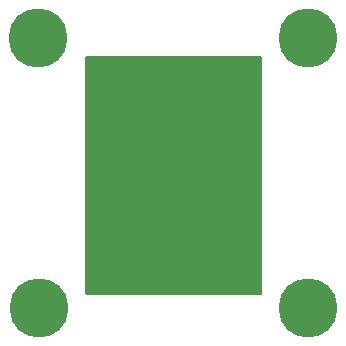
<source format=gbr>
%TF.GenerationSoftware,KiCad,Pcbnew,9.0.2*%
%TF.CreationDate,2025-06-18T21:38:18-04:00*%
%TF.ProjectId,GlassIDC_Mounted_10x15mm,476c6173-7349-4444-935f-4d6f756e7465,rev?*%
%TF.SameCoordinates,Original*%
%TF.FileFunction,Soldermask,Top*%
%TF.FilePolarity,Negative*%
%FSLAX46Y46*%
G04 Gerber Fmt 4.6, Leading zero omitted, Abs format (unit mm)*
G04 Created by KiCad (PCBNEW 9.0.2) date 2025-06-18 21:38:18*
%MOMM*%
%LPD*%
G01*
G04 APERTURE LIST*
%ADD10C,0.110000*%
%ADD11C,0.100000*%
%ADD12C,5.000000*%
G04 APERTURE END LIST*
D10*
X147837257Y-96466129D02*
X147185257Y-96466129D01*
X147185257Y-95704129D01*
X147837257Y-95704129D01*
X147837257Y-96466129D01*
G36*
X147837257Y-96466129D02*
G01*
X147185257Y-96466129D01*
X147185257Y-95704129D01*
X147837257Y-95704129D01*
X147837257Y-96466129D01*
G37*
X155111937Y-96446468D02*
X154459937Y-96446468D01*
X154459937Y-95684468D01*
X155111937Y-95684468D01*
X155111937Y-96446468D01*
G36*
X155111937Y-96446468D02*
G01*
X154459937Y-96446468D01*
X154459937Y-95684468D01*
X155111937Y-95684468D01*
X155111937Y-96446468D01*
G37*
X146126724Y-96475790D02*
X145474724Y-96475790D01*
X145474724Y-95713790D01*
X146126724Y-95713790D01*
X146126724Y-96475790D01*
G36*
X146126724Y-96475790D02*
G01*
X145474724Y-96475790D01*
X145474724Y-95713790D01*
X146126724Y-95713790D01*
X146126724Y-96475790D01*
G37*
X142474756Y-110494241D02*
X141822756Y-110494241D01*
X141822756Y-109732241D01*
X142474756Y-109732241D01*
X142474756Y-110494241D01*
G36*
X142474756Y-110494241D02*
G01*
X141822756Y-110494241D01*
X141822756Y-109732241D01*
X142474756Y-109732241D01*
X142474756Y-110494241D01*
G37*
X146188723Y-114366806D02*
X145536723Y-114366806D01*
X145536723Y-113604806D01*
X146188723Y-113604806D01*
X146188723Y-114366806D01*
G36*
X146188723Y-114366806D02*
G01*
X145536723Y-114366806D01*
X145536723Y-113604806D01*
X146188723Y-113604806D01*
X146188723Y-114366806D01*
G37*
X155173936Y-114337484D02*
X154521936Y-114337484D01*
X154521936Y-113575484D01*
X155173936Y-113575484D01*
X155173936Y-114337484D01*
G36*
X155173936Y-114337484D02*
G01*
X154521936Y-114337484D01*
X154521936Y-113575484D01*
X155173936Y-113575484D01*
X155173936Y-114337484D01*
G37*
X155193841Y-100224316D02*
X154541841Y-100224316D01*
X154541841Y-99462316D01*
X155193841Y-99462316D01*
X155193841Y-100224316D01*
G36*
X155193841Y-100224316D02*
G01*
X154541841Y-100224316D01*
X154541841Y-99462316D01*
X155193841Y-99462316D01*
X155193841Y-100224316D01*
G37*
X144210904Y-96488450D02*
X143558904Y-96488450D01*
X143558904Y-95726450D01*
X144210904Y-95726450D01*
X144210904Y-96488450D01*
G36*
X144210904Y-96488450D02*
G01*
X143558904Y-96488450D01*
X143558904Y-95726450D01*
X144210904Y-95726450D01*
X144210904Y-96488450D01*
G37*
X155199519Y-108443770D02*
X154547519Y-108443770D01*
X154547519Y-107681770D01*
X155199519Y-107681770D01*
X155199519Y-108443770D01*
G36*
X155199519Y-108443770D02*
G01*
X154547519Y-108443770D01*
X154547519Y-107681770D01*
X155199519Y-107681770D01*
X155199519Y-108443770D01*
G37*
X142469078Y-102274787D02*
X141817078Y-102274787D01*
X141817078Y-101512787D01*
X142469078Y-101512787D01*
X142469078Y-102274787D01*
G36*
X142469078Y-102274787D02*
G01*
X141817078Y-102274787D01*
X141817078Y-101512787D01*
X142469078Y-101512787D01*
X142469078Y-102274787D01*
G37*
X151430047Y-114354919D02*
X150778047Y-114354919D01*
X150778047Y-113592919D01*
X151430047Y-113592919D01*
X151430047Y-114354919D01*
G36*
X151430047Y-114354919D02*
G01*
X150778047Y-114354919D01*
X150778047Y-113592919D01*
X151430047Y-113592919D01*
X151430047Y-114354919D01*
G37*
X144281577Y-114401677D02*
X143629577Y-114401677D01*
X143629577Y-113639677D01*
X144281577Y-113639677D01*
X144281577Y-114401677D01*
G36*
X144281577Y-114401677D02*
G01*
X143629577Y-114401677D01*
X143629577Y-113639677D01*
X144281577Y-113639677D01*
X144281577Y-114401677D01*
G37*
X142417443Y-96519418D02*
X141765443Y-96519418D01*
X141765443Y-95757418D01*
X142417443Y-95757418D01*
X142417443Y-96519418D01*
G36*
X142417443Y-96519418D02*
G01*
X141765443Y-96519418D01*
X141765443Y-95757418D01*
X142417443Y-95757418D01*
X142417443Y-96519418D01*
G37*
X142440872Y-108476127D02*
X141788872Y-108476127D01*
X141788872Y-107714127D01*
X142440872Y-107714127D01*
X142440872Y-108476127D01*
G36*
X142440872Y-108476127D02*
G01*
X141788872Y-108476127D01*
X141788872Y-107714127D01*
X142440872Y-107714127D01*
X142440872Y-108476127D01*
G37*
X142494322Y-104280546D02*
X141842322Y-104280546D01*
X141842322Y-103518546D01*
X142494322Y-103518546D01*
X142494322Y-104280546D01*
G36*
X142494322Y-104280546D02*
G01*
X141842322Y-104280546D01*
X141842322Y-103518546D01*
X142494322Y-103518546D01*
X142494322Y-104280546D01*
G37*
X147899256Y-114357145D02*
X147247256Y-114357145D01*
X147247256Y-113595145D01*
X147899256Y-113595145D01*
X147899256Y-114357145D01*
G36*
X147899256Y-114357145D02*
G01*
X147247256Y-114357145D01*
X147247256Y-113595145D01*
X147899256Y-113595145D01*
X147899256Y-114357145D01*
G37*
X155188275Y-104241452D02*
X154536275Y-104241452D01*
X154536275Y-103479452D01*
X155188275Y-103479452D01*
X155188275Y-104241452D01*
G36*
X155188275Y-104241452D02*
G01*
X154536275Y-104241452D01*
X154536275Y-103479452D01*
X155188275Y-103479452D01*
X155188275Y-104241452D01*
G37*
X142435497Y-98367930D02*
X141783497Y-98367930D01*
X141783497Y-97605930D01*
X142435497Y-97605930D01*
X142435497Y-98367930D01*
G36*
X142435497Y-98367930D02*
G01*
X141783497Y-98367930D01*
X141783497Y-97605930D01*
X142435497Y-97605930D01*
X142435497Y-98367930D01*
G37*
X155168709Y-110455147D02*
X154516709Y-110455147D01*
X154516709Y-109693147D01*
X155168709Y-109693147D01*
X155168709Y-110455147D01*
G36*
X155168709Y-110455147D02*
G01*
X154516709Y-110455147D01*
X154516709Y-109693147D01*
X155168709Y-109693147D01*
X155168709Y-110455147D01*
G37*
X155135128Y-106548290D02*
X154483128Y-106548290D01*
X154483128Y-105786290D01*
X155135128Y-105786290D01*
X155135128Y-106548290D01*
G36*
X155135128Y-106548290D02*
G01*
X154483128Y-106548290D01*
X154483128Y-105786290D01*
X155135128Y-105786290D01*
X155135128Y-106548290D01*
G37*
D11*
X143460000Y-97450000D02*
X153460000Y-97450000D01*
X153460000Y-112450000D01*
X143460000Y-112450000D01*
X143460000Y-97450000D01*
G36*
X143460000Y-97450000D02*
G01*
X153460000Y-97450000D01*
X153460000Y-112450000D01*
X143460000Y-112450000D01*
X143460000Y-97450000D01*
G37*
D10*
X142500000Y-112500000D02*
X141848000Y-112500000D01*
X141848000Y-111738000D01*
X142500000Y-111738000D01*
X142500000Y-112500000D01*
G36*
X142500000Y-112500000D02*
G01*
X141848000Y-112500000D01*
X141848000Y-111738000D01*
X142500000Y-111738000D01*
X142500000Y-112500000D01*
G37*
X142479442Y-114410434D02*
X141827442Y-114410434D01*
X141827442Y-113648434D01*
X142479442Y-113648434D01*
X142479442Y-114410434D01*
G36*
X142479442Y-114410434D02*
G01*
X141827442Y-114410434D01*
X141827442Y-113648434D01*
X142479442Y-113648434D01*
X142479442Y-114410434D01*
G37*
X142441175Y-106587384D02*
X141789175Y-106587384D01*
X141789175Y-105825384D01*
X142441175Y-105825384D01*
X142441175Y-106587384D01*
G36*
X142441175Y-106587384D02*
G01*
X141789175Y-106587384D01*
X141789175Y-105825384D01*
X142441175Y-105825384D01*
X142441175Y-106587384D01*
G37*
X155163031Y-102235693D02*
X154511031Y-102235693D01*
X154511031Y-101473693D01*
X155163031Y-101473693D01*
X155163031Y-102235693D01*
G36*
X155163031Y-102235693D02*
G01*
X154511031Y-102235693D01*
X154511031Y-101473693D01*
X155163031Y-101473693D01*
X155163031Y-102235693D01*
G37*
X153322759Y-96485790D02*
X152670759Y-96485790D01*
X152670759Y-95723790D01*
X153322759Y-95723790D01*
X153322759Y-96485790D01*
G36*
X153322759Y-96485790D02*
G01*
X152670759Y-96485790D01*
X152670759Y-95723790D01*
X153322759Y-95723790D01*
X153322759Y-96485790D01*
G37*
X149657515Y-96473903D02*
X149005515Y-96473903D01*
X149005515Y-95711903D01*
X149657515Y-95711903D01*
X149657515Y-96473903D01*
G36*
X149657515Y-96473903D02*
G01*
X149005515Y-96473903D01*
X149005515Y-95711903D01*
X149657515Y-95711903D01*
X149657515Y-96473903D01*
G37*
X155129450Y-98328836D02*
X154477450Y-98328836D01*
X154477450Y-97566836D01*
X155129450Y-97566836D01*
X155129450Y-98328836D01*
G36*
X155129450Y-98328836D02*
G01*
X154477450Y-98328836D01*
X154477450Y-97566836D01*
X155129450Y-97566836D01*
X155129450Y-98328836D01*
G37*
X151368048Y-96463903D02*
X150716048Y-96463903D01*
X150716048Y-95701903D01*
X151368048Y-95701903D01*
X151368048Y-96463903D01*
G36*
X151368048Y-96463903D02*
G01*
X150716048Y-96463903D01*
X150716048Y-95701903D01*
X151368048Y-95701903D01*
X151368048Y-96463903D01*
G37*
X142499888Y-100263410D02*
X141847888Y-100263410D01*
X141847888Y-99501410D01*
X142499888Y-99501410D01*
X142499888Y-100263410D01*
G36*
X142499888Y-100263410D02*
G01*
X141847888Y-100263410D01*
X141847888Y-99501410D01*
X142499888Y-99501410D01*
X142499888Y-100263410D01*
G37*
X155193953Y-112460906D02*
X154541953Y-112460906D01*
X154541953Y-111698906D01*
X155193953Y-111698906D01*
X155193953Y-112460906D01*
G36*
X155193953Y-112460906D02*
G01*
X154541953Y-112460906D01*
X154541953Y-111698906D01*
X155193953Y-111698906D01*
X155193953Y-112460906D01*
G37*
X149719514Y-114364919D02*
X149067514Y-114364919D01*
X149067514Y-113602919D01*
X149719514Y-113602919D01*
X149719514Y-114364919D01*
G36*
X149719514Y-114364919D02*
G01*
X149067514Y-114364919D01*
X149067514Y-113602919D01*
X149719514Y-113602919D01*
X149719514Y-114364919D01*
G37*
X153384758Y-114376806D02*
X152732758Y-114376806D01*
X152732758Y-113614806D01*
X153384758Y-113614806D01*
X153384758Y-114376806D01*
G36*
X153384758Y-114376806D02*
G01*
X152732758Y-114376806D01*
X152732758Y-113614806D01*
X153384758Y-113614806D01*
X153384758Y-114376806D01*
G37*
D12*
%TO.C,REF\u002A\u002A*%
X137081545Y-116324726D03*
%TD*%
%TO.C,REF\u002A\u002A*%
X159867637Y-116342911D03*
%TD*%
%TO.C,REF\u002A\u002A*%
X159911452Y-93461999D03*
%TD*%
%TO.C,REF\u002A\u002A*%
X137011817Y-93457817D03*
%TD*%
G36*
X155942121Y-95020002D02*
G01*
X155988614Y-95073658D01*
X156000000Y-95126000D01*
X156000000Y-115074000D01*
X155979998Y-115142121D01*
X155926342Y-115188614D01*
X155874000Y-115200000D01*
X141126000Y-115200000D01*
X141057879Y-115179998D01*
X141011386Y-115126342D01*
X141000000Y-115074000D01*
X141000000Y-95126000D01*
X141020002Y-95057879D01*
X141073658Y-95011386D01*
X141126000Y-95000000D01*
X155874000Y-95000000D01*
X155942121Y-95020002D01*
G37*
M02*

</source>
